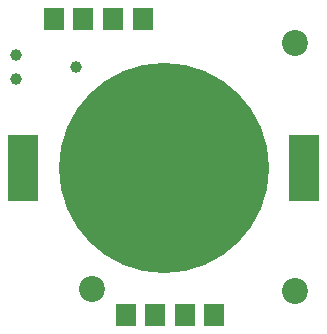
<source format=gbr>
%TF.GenerationSoftware,KiCad,Pcbnew,8.0.2*%
%TF.CreationDate,2024-05-24T20:03:17+02:00*%
%TF.ProjectId,STM32-Breakout,53544d33-322d-4427-9265-616b6f75742e,rev?*%
%TF.SameCoordinates,Original*%
%TF.FileFunction,Soldermask,Bot*%
%TF.FilePolarity,Negative*%
%FSLAX46Y46*%
G04 Gerber Fmt 4.6, Leading zero omitted, Abs format (unit mm)*
G04 Created by KiCad (PCBNEW 8.0.2) date 2024-05-24 20:03:17*
%MOMM*%
%LPD*%
G01*
G04 APERTURE LIST*
%ADD10R,1.700000X1.950000*%
%ADD11C,2.200000*%
%ADD12C,0.990600*%
%ADD13R,2.600000X5.560000*%
%ADD14C,17.800000*%
G04 APERTURE END LIST*
D10*
%TO.C,J3*%
X148175000Y-102000000D03*
X145675000Y-102000000D03*
X143175000Y-102000000D03*
X140675000Y-102000000D03*
%TD*%
D11*
%TO.C,H4*%
X155000000Y-79000000D03*
%TD*%
D10*
%TO.C,J2*%
X134600000Y-77000000D03*
X137100000Y-77000000D03*
X139600000Y-77000000D03*
X142100000Y-77000000D03*
%TD*%
D11*
%TO.C,H2*%
X155000000Y-100000000D03*
%TD*%
%TO.C,H3*%
X137800000Y-99820000D03*
%TD*%
D12*
%TO.C,J1*%
X136490000Y-81075000D03*
X131410000Y-82091000D03*
X131410000Y-80059000D03*
%TD*%
D13*
%TO.C,BT1*%
X155805000Y-89600000D03*
X131995000Y-89600000D03*
D14*
X143900000Y-89600000D03*
%TD*%
M02*

</source>
